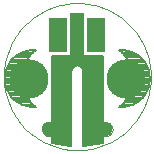
<source format=gts>
G75*
%MOIN*%
%OFA0B0*%
%FSLAX24Y24*%
%IPPOS*%
%LPD*%
%AMOC8*
5,1,8,0,0,1.08239X$1,22.5*
%
%ADD10C,0.0000*%
%ADD11C,0.0512*%
%ADD12C,0.0010*%
%ADD13C,0.1306*%
%ADD14C,0.0080*%
%ADD15R,0.0640X0.1142*%
%ADD16R,0.0500X0.1500*%
%ADD17C,0.0050*%
D10*
X001396Y001875D02*
X001398Y001905D01*
X001404Y001935D01*
X001413Y001964D01*
X001426Y001991D01*
X001443Y002016D01*
X001462Y002039D01*
X001485Y002060D01*
X001510Y002077D01*
X001536Y002091D01*
X001565Y002101D01*
X001594Y002108D01*
X001624Y002111D01*
X001655Y002110D01*
X001685Y002105D01*
X001714Y002096D01*
X001741Y002084D01*
X001767Y002069D01*
X001791Y002050D01*
X001812Y002028D01*
X001830Y002004D01*
X001845Y001977D01*
X001856Y001949D01*
X001864Y001920D01*
X001868Y001890D01*
X001868Y001860D01*
X001864Y001830D01*
X001856Y001801D01*
X001845Y001773D01*
X001830Y001746D01*
X001812Y001722D01*
X001791Y001700D01*
X001767Y001681D01*
X001741Y001666D01*
X001714Y001654D01*
X001685Y001645D01*
X001655Y001640D01*
X001624Y001639D01*
X001594Y001642D01*
X001565Y001649D01*
X001536Y001659D01*
X001510Y001673D01*
X001485Y001690D01*
X001462Y001711D01*
X001443Y001734D01*
X001426Y001759D01*
X001413Y001786D01*
X001404Y001815D01*
X001398Y001845D01*
X001396Y001875D01*
X003271Y001875D02*
X003273Y001905D01*
X003279Y001935D01*
X003288Y001964D01*
X003301Y001991D01*
X003318Y002016D01*
X003337Y002039D01*
X003360Y002060D01*
X003385Y002077D01*
X003411Y002091D01*
X003440Y002101D01*
X003469Y002108D01*
X003499Y002111D01*
X003530Y002110D01*
X003560Y002105D01*
X003589Y002096D01*
X003616Y002084D01*
X003642Y002069D01*
X003666Y002050D01*
X003687Y002028D01*
X003705Y002004D01*
X003720Y001977D01*
X003731Y001949D01*
X003739Y001920D01*
X003743Y001890D01*
X003743Y001860D01*
X003739Y001830D01*
X003731Y001801D01*
X003720Y001773D01*
X003705Y001746D01*
X003687Y001722D01*
X003666Y001700D01*
X003642Y001681D01*
X003616Y001666D01*
X003589Y001654D01*
X003560Y001645D01*
X003530Y001640D01*
X003499Y001639D01*
X003469Y001642D01*
X003440Y001649D01*
X003411Y001659D01*
X003385Y001673D01*
X003360Y001690D01*
X003337Y001711D01*
X003318Y001734D01*
X003301Y001759D01*
X003288Y001786D01*
X003279Y001815D01*
X003273Y001845D01*
X003271Y001875D01*
D11*
X001632Y001875D03*
X003507Y001875D03*
D12*
X000119Y003625D02*
X000121Y003724D01*
X000127Y003822D01*
X000137Y003920D01*
X000151Y004018D01*
X000169Y004115D01*
X000190Y004211D01*
X000216Y004307D01*
X000245Y004401D01*
X000278Y004494D01*
X000315Y004585D01*
X000356Y004675D01*
X000400Y004764D01*
X000447Y004850D01*
X000498Y004934D01*
X000553Y005017D01*
X000610Y005097D01*
X000671Y005174D01*
X000735Y005250D01*
X000802Y005322D01*
X000872Y005392D01*
X000944Y005459D01*
X001020Y005523D01*
X001097Y005584D01*
X001177Y005641D01*
X001260Y005696D01*
X001344Y005747D01*
X001430Y005794D01*
X001519Y005838D01*
X001609Y005879D01*
X001700Y005916D01*
X001793Y005949D01*
X001887Y005978D01*
X001983Y006004D01*
X002079Y006025D01*
X002176Y006043D01*
X002274Y006057D01*
X002372Y006067D01*
X002470Y006073D01*
X002569Y006075D01*
X002668Y006073D01*
X002766Y006067D01*
X002864Y006057D01*
X002962Y006043D01*
X003059Y006025D01*
X003155Y006004D01*
X003251Y005978D01*
X003345Y005949D01*
X003438Y005916D01*
X003529Y005879D01*
X003619Y005838D01*
X003708Y005794D01*
X003794Y005747D01*
X003878Y005696D01*
X003961Y005641D01*
X004041Y005584D01*
X004118Y005523D01*
X004194Y005459D01*
X004266Y005392D01*
X004336Y005322D01*
X004403Y005250D01*
X004467Y005174D01*
X004528Y005097D01*
X004585Y005017D01*
X004640Y004934D01*
X004691Y004850D01*
X004738Y004764D01*
X004782Y004675D01*
X004823Y004585D01*
X004860Y004494D01*
X004893Y004401D01*
X004922Y004307D01*
X004948Y004211D01*
X004969Y004115D01*
X004987Y004018D01*
X005001Y003920D01*
X005011Y003822D01*
X005017Y003724D01*
X005019Y003625D01*
X005017Y003526D01*
X005011Y003428D01*
X005001Y003330D01*
X004987Y003232D01*
X004969Y003135D01*
X004948Y003039D01*
X004922Y002943D01*
X004893Y002849D01*
X004860Y002756D01*
X004823Y002665D01*
X004782Y002575D01*
X004738Y002486D01*
X004691Y002400D01*
X004640Y002316D01*
X004585Y002233D01*
X004528Y002153D01*
X004467Y002076D01*
X004403Y002000D01*
X004336Y001928D01*
X004266Y001858D01*
X004194Y001791D01*
X004118Y001727D01*
X004041Y001666D01*
X003961Y001609D01*
X003878Y001554D01*
X003794Y001503D01*
X003708Y001456D01*
X003619Y001412D01*
X003529Y001371D01*
X003438Y001334D01*
X003345Y001301D01*
X003251Y001272D01*
X003155Y001246D01*
X003059Y001225D01*
X002962Y001207D01*
X002864Y001193D01*
X002766Y001183D01*
X002668Y001177D01*
X002569Y001175D01*
X002470Y001177D01*
X002372Y001183D01*
X002274Y001193D01*
X002176Y001207D01*
X002079Y001225D01*
X001983Y001246D01*
X001887Y001272D01*
X001793Y001301D01*
X001700Y001334D01*
X001609Y001371D01*
X001519Y001412D01*
X001430Y001456D01*
X001344Y001503D01*
X001260Y001554D01*
X001177Y001609D01*
X001097Y001666D01*
X001020Y001727D01*
X000944Y001791D01*
X000872Y001858D01*
X000802Y001928D01*
X000735Y002000D01*
X000671Y002076D01*
X000610Y002153D01*
X000553Y002233D01*
X000498Y002316D01*
X000447Y002400D01*
X000400Y002486D01*
X000356Y002575D01*
X000315Y002665D01*
X000278Y002756D01*
X000245Y002849D01*
X000216Y002943D01*
X000190Y003039D01*
X000169Y003135D01*
X000151Y003232D01*
X000137Y003330D01*
X000127Y003428D01*
X000121Y003526D01*
X000119Y003625D01*
D13*
X000944Y003562D03*
X004194Y003562D03*
D14*
X004428Y003558D02*
X004982Y003558D01*
X004982Y003562D02*
X004974Y003705D01*
X004944Y003845D01*
X004893Y003978D01*
X004822Y004102D01*
X004733Y004214D01*
X004628Y004311D01*
X004509Y004391D01*
X004380Y004451D01*
X004243Y004492D01*
X004101Y004510D01*
X003958Y004507D01*
X004085Y004397D01*
X004196Y004270D01*
X004287Y004128D01*
X004356Y003975D01*
X004404Y003813D01*
X004428Y003646D01*
X004428Y003478D01*
X004404Y003311D01*
X004356Y003150D01*
X004287Y002997D01*
X004196Y002855D01*
X004085Y002728D01*
X003958Y002617D01*
X004101Y002614D01*
X004243Y002633D01*
X004380Y002673D01*
X004509Y002734D01*
X004628Y002814D01*
X004733Y002911D01*
X004822Y003022D01*
X004893Y003146D01*
X004944Y003280D01*
X004974Y003420D01*
X004982Y003562D01*
X004977Y003480D02*
X004428Y003480D01*
X004417Y003401D02*
X004970Y003401D01*
X004953Y003323D02*
X004405Y003323D01*
X004384Y003244D02*
X004930Y003244D01*
X004900Y003166D02*
X004361Y003166D01*
X004328Y003087D02*
X004859Y003087D01*
X004811Y003009D02*
X004292Y003009D01*
X004244Y002930D02*
X004749Y002930D01*
X004669Y002852D02*
X004193Y002852D01*
X004125Y002773D02*
X004568Y002773D01*
X004426Y002695D02*
X004047Y002695D01*
X004009Y002616D02*
X004116Y002616D01*
X004428Y003637D02*
X004978Y003637D01*
X004971Y003715D02*
X004418Y003715D01*
X004407Y003794D02*
X004955Y003794D01*
X004933Y003872D02*
X004386Y003872D01*
X004363Y003951D02*
X004903Y003951D01*
X004863Y004029D02*
X004331Y004029D01*
X004296Y004108D02*
X004817Y004108D01*
X004755Y004186D02*
X004249Y004186D01*
X004199Y004265D02*
X004678Y004265D01*
X004580Y004343D02*
X004132Y004343D01*
X004057Y004422D02*
X004443Y004422D01*
X004177Y004500D02*
X003966Y004500D01*
X001181Y004507D02*
X001054Y004397D01*
X000943Y004270D01*
X000852Y004128D01*
X000783Y003975D01*
X000735Y003813D01*
X000711Y003646D01*
X000711Y003478D01*
X000735Y003311D01*
X000783Y003150D01*
X000852Y002997D01*
X000943Y002855D01*
X001054Y002728D01*
X001181Y002617D01*
X001038Y002614D01*
X000896Y002633D01*
X000759Y002673D01*
X000630Y002734D01*
X000511Y002814D01*
X000406Y002911D01*
X000317Y003022D01*
X000246Y003146D01*
X000195Y003280D01*
X000165Y003420D01*
X000157Y003562D01*
X000165Y003705D01*
X000195Y003845D01*
X000246Y003978D01*
X000317Y004102D01*
X000406Y004214D01*
X000511Y004311D01*
X000630Y004391D01*
X000759Y004451D01*
X000896Y004492D01*
X001038Y004510D01*
X001181Y004507D01*
X001173Y004500D02*
X000962Y004500D01*
X001082Y004422D02*
X000696Y004422D01*
X000559Y004343D02*
X001007Y004343D01*
X000940Y004265D02*
X000461Y004265D01*
X000384Y004186D02*
X000890Y004186D01*
X000843Y004108D02*
X000322Y004108D01*
X000276Y004029D02*
X000808Y004029D01*
X000776Y003951D02*
X000236Y003951D01*
X000206Y003872D02*
X000753Y003872D01*
X000732Y003794D02*
X000184Y003794D01*
X000168Y003715D02*
X000721Y003715D01*
X000711Y003637D02*
X000161Y003637D01*
X000157Y003558D02*
X000711Y003558D01*
X000711Y003480D02*
X000162Y003480D01*
X000169Y003401D02*
X000722Y003401D01*
X000734Y003323D02*
X000186Y003323D01*
X000209Y003244D02*
X000755Y003244D01*
X000778Y003166D02*
X000239Y003166D01*
X000280Y003087D02*
X000811Y003087D01*
X000847Y003009D02*
X000328Y003009D01*
X000390Y002930D02*
X000895Y002930D01*
X000946Y002852D02*
X000470Y002852D01*
X000571Y002773D02*
X001014Y002773D01*
X001092Y002695D02*
X000713Y002695D01*
X001023Y002616D02*
X001130Y002616D01*
D15*
X001939Y005000D03*
X003199Y005000D03*
D16*
X002569Y005000D03*
D17*
X002732Y005005D02*
X002394Y005005D01*
X002394Y005053D02*
X002733Y005053D01*
X002734Y005102D02*
X002394Y005102D01*
X002394Y005150D02*
X002735Y005150D01*
X002736Y005199D02*
X002394Y005199D01*
X002394Y005247D02*
X002737Y005247D01*
X002738Y005296D02*
X002394Y005296D01*
X002394Y005344D02*
X002738Y005344D01*
X002739Y005393D02*
X002394Y005393D01*
X002394Y005441D02*
X002740Y005441D01*
X002741Y005490D02*
X002394Y005490D01*
X002394Y005538D02*
X002742Y005538D01*
X002743Y005587D02*
X002394Y005587D01*
X002394Y005635D02*
X002744Y005635D01*
X002744Y005675D02*
X002719Y004300D01*
X003419Y004300D01*
X003419Y001425D01*
X002769Y001300D01*
X002769Y003800D01*
X002764Y003844D01*
X002750Y003887D01*
X002726Y003925D01*
X002694Y003956D01*
X002656Y003980D01*
X002614Y003995D01*
X002569Y004000D01*
X002525Y003995D01*
X002483Y003980D01*
X002445Y003956D01*
X002413Y003925D01*
X002389Y003887D01*
X002375Y003844D01*
X002369Y003800D01*
X002369Y001300D01*
X001719Y001425D01*
X001719Y004300D01*
X002394Y004300D01*
X002394Y005675D01*
X002744Y005675D01*
X002731Y004956D02*
X002394Y004956D01*
X002394Y004908D02*
X002731Y004908D01*
X002730Y004859D02*
X002394Y004859D01*
X002394Y004811D02*
X002729Y004811D01*
X002728Y004762D02*
X002394Y004762D01*
X002394Y004714D02*
X002727Y004714D01*
X002726Y004665D02*
X002394Y004665D01*
X002394Y004617D02*
X002725Y004617D01*
X002724Y004568D02*
X002394Y004568D01*
X002394Y004520D02*
X002723Y004520D01*
X002723Y004471D02*
X002394Y004471D01*
X002394Y004423D02*
X002722Y004423D01*
X002721Y004374D02*
X002394Y004374D01*
X002394Y004326D02*
X002720Y004326D01*
X002638Y003986D02*
X003419Y003986D01*
X003419Y003938D02*
X002713Y003938D01*
X002748Y003889D02*
X003419Y003889D01*
X003419Y003841D02*
X002765Y003841D01*
X002769Y003792D02*
X003419Y003792D01*
X003419Y003744D02*
X002769Y003744D01*
X002769Y003695D02*
X003419Y003695D01*
X003419Y003647D02*
X002769Y003647D01*
X002769Y003598D02*
X003419Y003598D01*
X003419Y003550D02*
X002769Y003550D01*
X002769Y003501D02*
X003419Y003501D01*
X003419Y003453D02*
X002769Y003453D01*
X002769Y003404D02*
X003419Y003404D01*
X003419Y003356D02*
X002769Y003356D01*
X002769Y003307D02*
X003419Y003307D01*
X003419Y003259D02*
X002769Y003259D01*
X002769Y003210D02*
X003419Y003210D01*
X003419Y003162D02*
X002769Y003162D01*
X002769Y003113D02*
X003419Y003113D01*
X003419Y003065D02*
X002769Y003065D01*
X002769Y003016D02*
X003419Y003016D01*
X003419Y002968D02*
X002769Y002968D01*
X002769Y002919D02*
X003419Y002919D01*
X003419Y002871D02*
X002769Y002871D01*
X002769Y002822D02*
X003419Y002822D01*
X003419Y002774D02*
X002769Y002774D01*
X002769Y002725D02*
X003419Y002725D01*
X003419Y002677D02*
X002769Y002677D01*
X002769Y002628D02*
X003419Y002628D01*
X003419Y002580D02*
X002769Y002580D01*
X002769Y002531D02*
X003419Y002531D01*
X003419Y002483D02*
X002769Y002483D01*
X002769Y002434D02*
X003419Y002434D01*
X003419Y002386D02*
X002769Y002386D01*
X002769Y002337D02*
X003419Y002337D01*
X003419Y002289D02*
X002769Y002289D01*
X002769Y002240D02*
X003419Y002240D01*
X003419Y002192D02*
X002769Y002192D01*
X002769Y002143D02*
X003419Y002143D01*
X003419Y002095D02*
X002769Y002095D01*
X002769Y002046D02*
X003419Y002046D01*
X003419Y001998D02*
X002769Y001998D01*
X002769Y001949D02*
X003419Y001949D01*
X003419Y001901D02*
X002769Y001901D01*
X002769Y001852D02*
X003419Y001852D01*
X003419Y001804D02*
X002769Y001804D01*
X002769Y001755D02*
X003419Y001755D01*
X003419Y001707D02*
X002769Y001707D01*
X002769Y001658D02*
X003419Y001658D01*
X003419Y001610D02*
X002769Y001610D01*
X002769Y001561D02*
X003419Y001561D01*
X003419Y001513D02*
X002769Y001513D01*
X002769Y001464D02*
X003419Y001464D01*
X003373Y001416D02*
X002769Y001416D01*
X002769Y001367D02*
X003121Y001367D01*
X002868Y001319D02*
X002769Y001319D01*
X002369Y001319D02*
X002271Y001319D01*
X002369Y001367D02*
X002018Y001367D01*
X001766Y001416D02*
X002369Y001416D01*
X002369Y001464D02*
X001719Y001464D01*
X001719Y001513D02*
X002369Y001513D01*
X002369Y001561D02*
X001719Y001561D01*
X001719Y001610D02*
X002369Y001610D01*
X002369Y001658D02*
X001719Y001658D01*
X001719Y001707D02*
X002369Y001707D01*
X002369Y001755D02*
X001719Y001755D01*
X001719Y001804D02*
X002369Y001804D01*
X002369Y001852D02*
X001719Y001852D01*
X001719Y001901D02*
X002369Y001901D01*
X002369Y001949D02*
X001719Y001949D01*
X001719Y001998D02*
X002369Y001998D01*
X002369Y002046D02*
X001719Y002046D01*
X001719Y002095D02*
X002369Y002095D01*
X002369Y002143D02*
X001719Y002143D01*
X001719Y002192D02*
X002369Y002192D01*
X002369Y002240D02*
X001719Y002240D01*
X001719Y002289D02*
X002369Y002289D01*
X002369Y002337D02*
X001719Y002337D01*
X001719Y002386D02*
X002369Y002386D01*
X002369Y002434D02*
X001719Y002434D01*
X001719Y002483D02*
X002369Y002483D01*
X002369Y002531D02*
X001719Y002531D01*
X001719Y002580D02*
X002369Y002580D01*
X002369Y002628D02*
X001719Y002628D01*
X001719Y002677D02*
X002369Y002677D01*
X002369Y002725D02*
X001719Y002725D01*
X001719Y002774D02*
X002369Y002774D01*
X002369Y002822D02*
X001719Y002822D01*
X001719Y002871D02*
X002369Y002871D01*
X002369Y002919D02*
X001719Y002919D01*
X001719Y002968D02*
X002369Y002968D01*
X002369Y003016D02*
X001719Y003016D01*
X001719Y003065D02*
X002369Y003065D01*
X002369Y003113D02*
X001719Y003113D01*
X001719Y003162D02*
X002369Y003162D01*
X002369Y003210D02*
X001719Y003210D01*
X001719Y003259D02*
X002369Y003259D01*
X002369Y003307D02*
X001719Y003307D01*
X001719Y003356D02*
X002369Y003356D01*
X002369Y003404D02*
X001719Y003404D01*
X001719Y003453D02*
X002369Y003453D01*
X002369Y003501D02*
X001719Y003501D01*
X001719Y003550D02*
X002369Y003550D01*
X002369Y003598D02*
X001719Y003598D01*
X001719Y003647D02*
X002369Y003647D01*
X002369Y003695D02*
X001719Y003695D01*
X001719Y003744D02*
X002369Y003744D01*
X002369Y003792D02*
X001719Y003792D01*
X001719Y003841D02*
X002374Y003841D01*
X002391Y003889D02*
X001719Y003889D01*
X001719Y003938D02*
X002426Y003938D01*
X002501Y003986D02*
X001719Y003986D01*
X001719Y004035D02*
X003419Y004035D01*
X003419Y004083D02*
X001719Y004083D01*
X001719Y004132D02*
X003419Y004132D01*
X003419Y004180D02*
X001719Y004180D01*
X001719Y004229D02*
X003419Y004229D01*
X003419Y004277D02*
X001719Y004277D01*
M02*

</source>
